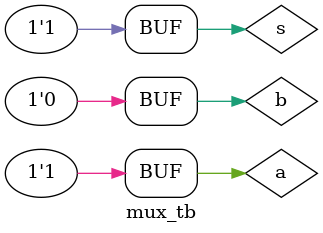
<source format=v>
module mux(
    input a,b,s,
    output c
);

assign c = (s==0) ? (a+b) : (a-b);

endmodule

module mux_tb;

reg a,b,s;
wire c;

mux aa (.a(a),.b(b),.s(s),.c(c));

initial 
begin
    $monitor("Time=%t  a = %b  b = %b s = %b  Output = %b", $time, a, b, s,c);

    a = 0;
    b = 0;
    s = 1;
    #100
    a = 0;
    b = 1;
    s = 0;
    #200
    a = 1;
    b = 1;
    s = 1;
    #100
    a = 1;
    b = 0;
    s = 1;
    #200;
    
end
endmodule

</source>
